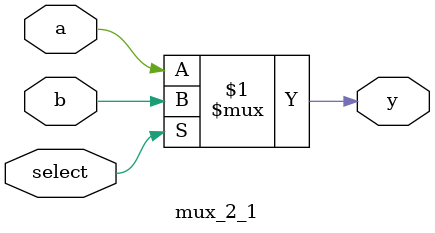
<source format=v>
/* Generated by Yosys 0.53+3 (git sha1 6378ba10e, g++ 13.3.0-6ubuntu2~24.04 -fPIC -O3) */

(* top =  1  *)
(* src = "mux_2_1.v:1.1-9.10" *)
module mux_2_1(a, b, select, y);
  (* src = "mux_2_1.v:2.9-2.10" *)
  input a;
  wire a;
  (* src = "mux_2_1.v:3.9-3.10" *)
  input b;
  wire b;
  (* src = "mux_2_1.v:4.9-4.15" *)
  input select;
  wire select;
  (* src = "mux_2_1.v:5.10-5.11" *)
  output y;
  wire y;
  assign y = select ? b : a;
endmodule

</source>
